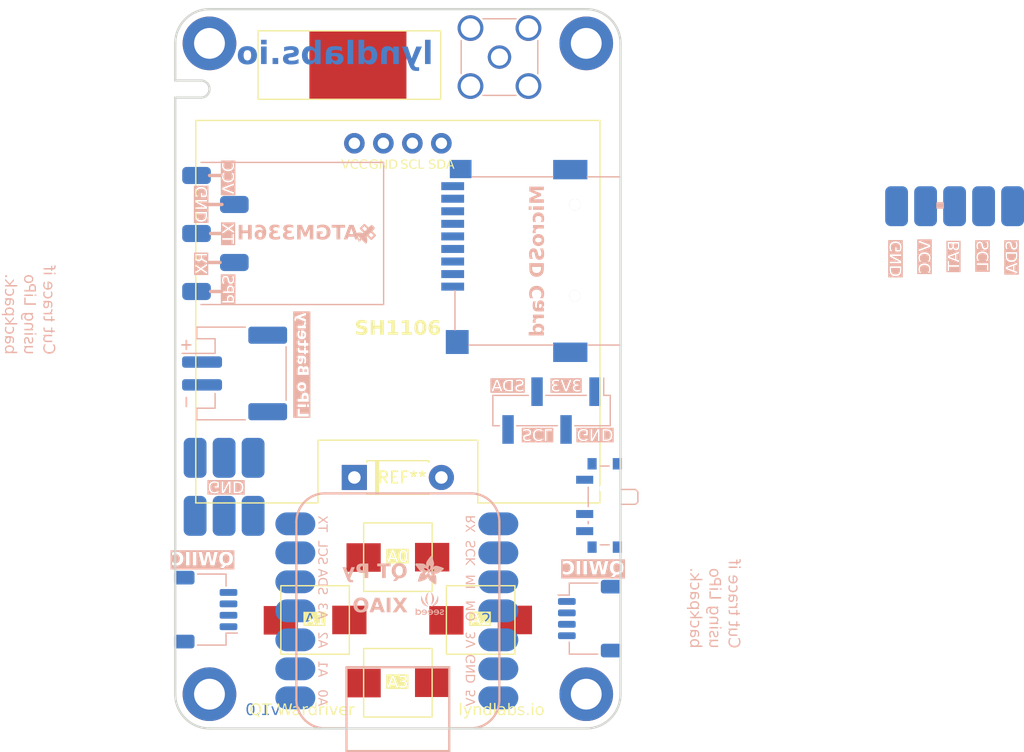
<source format=kicad_pcb>
(kicad_pcb (version 20221018) (generator pcbnew)
  (layers (0 "F.Cu" signal) (31 "B.Cu" signal) (34 "B.Paste" user) (35 "F.Paste" user) (36 "B.SilkS" user "B.Silkscreen") (37 "F.SilkS" user "F.Silkscreen") (38 "B.Mask" user) (39 "F.Mask" user) (44 "Edge.Cuts" user))
  (net 0 "")
  (net 1 "GND")
  (net 2 "+3V3")
  (net 3 "SDA")
  (net 4 "SCL")
  (net 5 "UP-Btn")
  (net 6 "LT-Btn")
  (net 7 "RT-Btn")
  (net 8 "DN-Btn")
  (net 9 "TX")
  (net 10 "RX")
  (net 11 "SCK")
  (net 12 "MISO")
  (net 13 "MOSI")
  (net 14 "+5V")
  (footprint "Wardriver-Footprints:GPS-Antenna" (layer "F.Cu") (at -4.25 -26.6)
    (fp_text reference "REF**" hide)
    (fp_text value "GPS-Antenna" hide)
    (pad "1" smd rect (at 0.75 0 90) (size 6 8.5) (layers "F.Cu" "F.Paste" "F.Mask") (net 1 "GND"))
  )
  (footprint "Wardriver-Footprints:Smol" (layer "F.Cu") (at 0 27.5 180)
    (fp_text reference "SW4" hide)
    (fp_text value "Down")
    (fp_text user "A3" (at 0 0 unlocked) (layer "F.SilkS" knockout))
    (pad "1" smd rect (at -3 0 180) (size 3 2.5) (layers "F.Cu" "F.Paste" "F.Mask") (net 8 "DN-Btn"))
    (pad "2" smd rect (at 3 -0.03 180) (size 3 2.5) (layers "F.Cu" "F.Paste" "F.Mask") (net 1 "GND"))
  )
  (footprint "" (layer "F.Cu") (at 16.5 -28.5)
    (fp_text reference "" (at 0 0) (layer "F.SilkS") (effects (font (size 1.27 1.27))))
    (fp_text value "" (at 0 0) (layer "F.SilkS") (effects (font (size 1.27 1.27))))
    (pad "1" thru_hole circle (at 0 0) (size 4.7 4.7) (drill 2.7) (layers "*.Cu" "*.Mask"))
  )
  (footprint "" (layer "F.Cu") (at 16.5 28.5)
    (fp_text reference "" (at 0 0) (layer "F.SilkS") (effects (font (size 1.27 1.27))))
    (fp_text value "" (at 0 0) (layer "F.SilkS") (effects (font (size 1.27 1.27))))
    (pad "1" thru_hole circle (at 0 0) (size 4.7 4.7) (drill 2.7) (layers "*.Cu" "*.Mask"))
  )
  (footprint "Wardriver-Footprints:Smol" (layer "F.Cu") (at 7.25 22 180)
    (fp_text reference "SW3" hide)
    (fp_text value "Right")
    (fp_text user "A2" (at 0 0 unlocked) (layer "F.SilkS" knockout))
    (pad "1" smd rect (at -3 0 180) (size 3 2.5) (layers "F.Cu" "F.Paste" "F.Mask") (net 7 "RT-Btn"))
    (pad "2" smd rect (at 3 -0.03 180) (size 3 2.5) (layers "F.Cu" "F.Paste" "F.Mask") (net 1 "GND"))
  )
  (footprint "Diode_THT:D_DO-41_SOD81_P7.62mm_Horizontal" (layer "F.Cu") (at 0 9.5)
    (fp_text reference "REF**" (at 0.38 0.02) (layer "F.SilkS"))
    (fp_text value "D_DO-41_SOD81_P7.62mm_Horizontal")
    (pad "1" thru_hole rect (at -3.81 0.02) (size 2.2 2.2) (drill 1.1) (layers "*.Cu" "*.Mask"))
    (pad "2" thru_hole oval (at 3.81 0.02) (size 2.2 2.2) (drill 1.1) (layers "*.Cu" "*.Mask"))
  )
  (footprint "" (layer "F.Cu") (at -16.5 -28.5)
    (fp_text reference "" (at 0 0) (layer "F.SilkS") (effects (font (size 1.27 1.27))))
    (fp_text value "" (at 0 0) (layer "F.SilkS") (effects (font (size 1.27 1.27))))
    (pad "1" thru_hole circle (at 0 0) (size 4.7 4.7) (drill 2.7) (layers "*.Cu" "*.Mask"))
  )
  (footprint "Nugget-Modules:SH1106" (layer "F.Cu") (at 0 -5)
    (fp_text reference "U3" hide)
    (fp_text value "ATGM336H")
    (fp_text user "SCL" (at 1.27 -12.85 unlocked) (layer "F.SilkS") (effects (font (size 0.8 0.8))))
    (fp_text user "SDA" (at 3.81 -12.85 unlocked) (layer "F.SilkS") (effects (font (size 0.8 0.8))))
    (fp_text user "GND" (at -1.27 -12.85 unlocked) (layer "F.SilkS") (effects (font (size 0.8 0.8))))
    (fp_text user "VCC" (at -3.81 -12.85 unlocked) (layer "F.SilkS") (effects (font (size 0.8 0.8))))
    (fp_text user "SH1106" (at 0 1.5 unlocked) (layer "F.SilkS") (effects (font (size 1.25 1.25) (thickness 0.25) bold)))
    (pad "1" thru_hole circle (at -3.81 -14.75) (size 1.8 1.8) (drill 1) (layers "*.Cu" "*.Mask") (net 2 "+3V3"))
    (pad "2" thru_hole circle (at -1.27 -14.75) (size 1.8 1.8) (drill 1) (layers "*.Cu" "*.Mask") (net 1 "GND"))
    (pad "3" thru_hole circle (at 1.27 -14.75) (size 1.8 1.8) (drill 1) (layers "*.Cu" "*.Mask") (net 4 "SCL"))
    (pad "4" thru_hole circle (at 3.81 -14.75) (size 1.8 1.8) (drill 1) (layers "*.Cu" "*.Mask") (net 3 "SDA"))
  )
  (footprint "Wardriver-Footprints:Smol" (layer "F.Cu") (at 0 16.5 180)
    (fp_text reference "SW1" hide)
    (fp_text value "Up")
    (fp_text user "A0" (at 0 0 unlocked) (layer "F.SilkS" knockout))
    (pad "1" smd rect (at 3 -0.03 180) (size 3 2.5) (layers "F.Cu" "F.Paste" "F.Mask") (net 5 "UP-Btn"))
    (pad "2" smd rect (at -3 0 180) (size 3 2.5) (layers "F.Cu" "F.Paste" "F.Mask") (net 1 "GND"))
  )
  (footprint "MountingHole:MountingHole_2.7mm_M2.5_DIN965_Pad" (layer "F.Cu") (at -16.5 28.5)
    (fp_text reference "REF**" hide)
    (fp_text value "MountingHole_2.7mm_M2.5_DIN965_Pad" hide)
    (pad "1" thru_hole circle (at 0 0) (size 4.7 4.7) (drill 2.7) (layers "*.Cu" "*.Mask"))
  )
  (footprint "Wardriver-Footprints:Smol" (layer "F.Cu") (at -7.25 22 180)
    (fp_text reference "SW2" hide)
    (fp_text value "Left")
    (fp_text user "A1" (at 0 0 unlocked) (layer "F.SilkS" knockout))
    (pad "1" smd rect (at 3 -0.03 180) (size 3 2.5) (layers "F.Cu" "F.Paste" "F.Mask") (net 6 "LT-Btn"))
    (pad "2" smd rect (at -3 0 180) (size 3 2.5) (layers "F.Cu" "F.Paste" "F.Mask") (net 1 "GND"))
  )
  (footprint "clipboard:2d2d1c66-76f1-4941-9572-424b0f1f1b1a" (layer "F.Cu") (at -4.25 -26.6)
    (fp_text reference "" (at 0 0) (layer "F.SilkS") (effects (font (size 1.27 1.27))))
    (fp_text value "" (at 0 0) (layer "F.SilkS") (effects (font (size 1.27 1.27))))
  )
  (footprint "Wardriver-Footprints:LiPo Backpack" (layer "B.Cu") (at -17.76 7.8 180)
    (fp_text reference "REF**" hide)
    (fp_text value "LiPo Backpack" hide)
    (fp_text user "GND" (at -1.11 -2.49 180 unlocked) (layer "B.SilkS" knockout) (effects (justify left mirror)))
    (pad "1" smd roundrect (at -5.08 0 180) (size 2 3.5) (layers "B.Cu" "B.Paste" "B.Mask"))
    (pad "2" smd roundrect (at -2.54 0 180) (size 2 3.5) (layers "B.Cu" "B.Paste" "B.Mask"))
    (pad "3" smd roundrect (at 0 0 180) (size 2 3.5) (layers "B.Cu" "B.Paste" "B.Mask"))
    (pad "4" smd roundrect (at -5.08 -5.08 180) (size 2 3.5) (layers "B.Cu" "B.Paste" "B.Mask"))
    (pad "5" smd roundrect (at -2.54 -5.08 180) (size 2 3.5) (layers "B.Cu" "B.Paste" "B.Mask"))
    (pad "6" smd roundrect (at 0 -5.08 180) (size 2 3.5) (layers "B.Cu" "B.Paste" "B.Mask"))
  )
  (footprint "Connector_PinHeader_2.54mm:PinHeader_1x04_P2.54mm_Vertical_SMD_Pin1Right" (layer "B.Cu") (at 13.46 3.66 90)
    (fp_text reference "J5" hide)
    (fp_text value "Expansion Header" hide)
    (fp_text user "3V3" (at 2.1 1.27 unlocked) (layer "B.SilkS" knockout) (effects (justify mirror)))
    (fp_text user "GND" (at -2.05 3.81 180 unlocked) (layer "B.SilkS" knockout) (effects (justify mirror)))
    (fp_text user "SDA" (at 2.1 -3.81 unlocked) (layer "B.SilkS" knockout) (effects (justify mirror)))
    (fp_text user "SCL" (at -2.05 -1.27 180 unlocked) (layer "B.SilkS" knockout) (effects (justify mirror)))
    (pad "1" smd rect (at 1.655 3.81 90) (size 2.51 1) (layers "B.Cu" "B.Paste" "B.Mask") (net 1 "GND"))
    (pad "2" smd rect (at -1.655 1.27 90) (size 2.51 1) (layers "B.Cu" "B.Paste" "B.Mask") (net 2 "+3V3"))
    (pad "3" smd rect (at 1.655 -1.27 90) (size 2.51 1) (layers "B.Cu" "B.Paste" "B.Mask") (net 3 "SDA"))
    (pad "4" smd rect (at -1.655 -3.81 90) (size 2.51 1) (layers "B.Cu" "B.Paste" "B.Mask") (net 4 "SCL"))
  )
  (footprint "Connector_Coaxial:SMA_Amphenol_901-144_Vertical" (layer "B.Cu") (at 8.9 -27.3 180)
    (fp_text reference "REF**" hide)
    (fp_text value "SMA_Amphenol_901-144_Vertical" hide)
    (pad "1" thru_hole circle (at 0 0 180) (size 2.05 2.05) (drill 1.5) (layers "*.Cu" "*.Mask"))
    (pad "2" thru_hole circle (at -2.54 -2.54 180) (size 2.25 2.25) (drill 1.7) (layers "*.Cu" "*.Mask"))
    (pad "2" thru_hole circle (at -2.54 2.54 180) (size 2.25 2.25) (drill 1.7) (layers "*.Cu" "*.Mask"))
    (pad "2" thru_hole circle (at 2.54 -2.54 180) (size 2.25 2.25) (drill 1.7) (layers "*.Cu" "*.Mask"))
    (pad "2" thru_hole circle (at 2.54 2.54 180) (size 2.25 2.25) (drill 1.7) (layers "*.Cu" "*.Mask"))
  )
  (footprint "Wardriver-Footprints:LiPo Backpack" (layer "B.Cu") (at 48.76 -14.24)
    (fp_text reference "REF**" hide)
    (fp_text value "LiPo Backpack" hide)
    (fp_text user "SDA" (at 5.08 3 90 unlocked) (layer "B.SilkS" knockout) (effects (justify left mirror)))
    (fp_text user "VCC" (at -2.54 3 90 unlocked) (layer "B.SilkS" knockout) (effects (justify left mirror)))
    (fp_text user "SCL" (at 2.54 3 90 unlocked) (layer "B.SilkS" knockout) (effects (justify left mirror)))
    (fp_text user "GND" (at -5.08 3 90 unlocked) (layer "B.SilkS" knockout) (effects (justify left mirror)))
    (fp_text user "BAT" (at 0 3 90 unlocked) (layer "B.SilkS" knockout) (effects (justify left mirror)))
    (pad "1" smd roundrect (at -5.08 0) (size 2 3.5) (layers "B.Cu" "B.Paste" "B.Mask") (net 1 "GND"))
    (pad "2" smd roundrect (at -2.54 0) (size 2 3.5) (layers "B.Cu" "B.Paste" "B.Mask") (net 14 "+5V"))
    (pad "3" smd roundrect (at 0 0) (size 2 3.5) (layers "B.Cu" "B.Paste" "B.Mask") (net 14 "+5V"))
    (pad "4" smd roundrect (at 2.54 0) (size 2 3.5) (layers "B.Cu" "B.Paste" "B.Mask") (net 4 "SCL"))
    (pad "5" smd roundrect (at 5.08 0) (size 2 3.5) (layers "B.Cu" "B.Paste" "B.Mask") (net 3 "SDA"))
  )
  (footprint "Connector_JST:JST_SH_SM04B-SRSS-TB_1x04-1MP_P1.00mm_Horizontal" (layer "B.Cu") (at -16.835 21.09 90)
    (fp_text reference "J3" hide)
    (fp_text value "Qwiic Connector")
    (fp_text user "QWIIC" (at 4.35 -0.29 unlocked) (layer "B.SilkS" knockout) (effects (font (size 1.15 1.15) (thickness 0.25) bold) (justify mirror)))
    (pad "1" smd roundrect (at -1.5 2 90) (size 0.6 1.55) (layers "B.Cu" "B.Paste" "B.Mask") (net 1 "GND"))
    (pad "2" smd roundrect (at -0.5 2 90) (size 0.6 1.55) (layers "B.Cu" "B.Paste" "B.Mask") (net 2 "+3V3"))
    (pad "3" smd roundrect (at 0.5 2 90) (size 0.6 1.55) (layers "B.Cu" "B.Paste" "B.Mask") (net 3 "SDA"))
    (pad "4" smd roundrect (at 1.5 2 90) (size 0.6 1.55) (layers "B.Cu" "B.Paste" "B.Mask") (net 4 "SCL"))
    (pad "MP" smd roundrect (at -2.8 -1.875 90) (size 1.2 1.8) (layers "B.Cu" "B.Paste" "B.Mask") (roundrect_rratio 0.2083333333))
    (pad "MP" smd roundrect (at 2.8 -1.875 90) (size 1.2 1.8) (layers "B.Cu" "B.Paste" "B.Mask") (roundrect_rratio 0.2083333333))
  )
  (footprint "Wardriver-Footprints:MicroSD" (layer "B.Cu") (at 5 -9.445 -90)
    (fp_text reference "J1" hide)
    (fp_text value "MICRO-SD CARD" hide)
    (fp_text user "MicroSD Card" (at 0 -8 -270 unlocked) (layer "B.SilkS") (effects (font (size 1.25 1.25) (thickness 0.3) bold) (justify bottom mirror)))
    (pad "" np_thru_hole circle (at -4.93 -10.5 90) (size 1 1) (drill 1) (layers "*.Cu" "*.Mask" "B.SilkS"))
    (pad "" np_thru_hole circle (at 3.05 -10.5 90) (size 1 1) (drill 1) (layers "*.Cu" "*.Mask" "B.SilkS"))
    (pad "1" smd rect (at 2.25 0.2 90) (size 0.7 2) (layers "B.Cu" "B.Paste" "B.Mask"))
    (pad "2" smd rect (at 1.15 0.2 90) (size 0.7 2) (layers "B.Cu" "B.Paste" "B.Mask") (net 1 "GND"))
    (pad "3" smd rect (at 0.05 0.2 90) (size 0.7 2) (layers "B.Cu" "B.Paste" "B.Mask") (net 13 "MOSI"))
    (pad "4" smd rect (at -1.05 0.2 90) (size 0.7 2) (layers "B.Cu" "B.Paste" "B.Mask") (net 2 "+3V3"))
    (pad "5" smd rect (at -2.15 0.2 90) (size 0.7 2) (layers "B.Cu" "B.Paste" "B.Mask") (net 11 "SCK"))
    (pad "6" smd rect (at -3.25 0.2 90) (size 0.7 2) (layers "B.Cu" "B.Paste" "B.Mask") (net 1 "GND"))
    (pad "7" smd rect (at -4.35 0.2 90) (size 0.7 2) (layers "B.Cu" "B.Paste" "B.Mask") (net 12 "MISO"))
    (pad "8" smd rect (at -5.45 0.2 90) (size 0.7 2) (layers "B.Cu" "B.Paste" "B.Mask"))
    (pad "9" smd rect (at -6.55 0.2 90) (size 0.7 2) (layers "B.Cu" "B.Paste" "B.Mask"))
    (pad "11" smd rect (at -8.05 -0.5 90) (size 1.6 1.9) (layers "B.Cu" "B.Paste" "B.Mask") (net 1 "GND"))
    (pad "11" smd rect (at -8 -10.1 90) (size 1.7 3) (layers "B.Cu" "B.Paste" "B.Mask") (net 1 "GND"))
    (pad "11" smd rect (at 7.1 -0.2 90) (size 2.1 2) (layers "B.Cu" "B.Paste" "B.Mask") (net 1 "GND"))
    (pad "11" smd rect (at 8 -10.1 90) (size 1.7 3) (layers "B.Cu" "B.Paste" "B.Mask") (net 1 "GND"))
  )
  (footprint "Connector_JST:JST_PH_S2B-PH-SM4-TB_1x02-1MP_P2.00mm_Horizontal" (layer "B.Cu") (at -14.3 0.41 -90)
    (fp_text reference "J2" hide)
    (fp_text value "Conn_01x02_Female")
    (fp_text user "-" (at 2.5 4.3 90 unlocked) (layer "B.SilkS") (effects (justify mirror)))
    (fp_text user "+" (at -2.5 4.3 90 unlocked) (layer "B.SilkS") (effects (justify mirror)))
    (pad "1" smd roundrect (at -1 2.85 270) (size 1 3.5) (layers "B.Cu" "B.Paste" "B.Mask"))
    (pad "2" smd roundrect (at 1 2.85 270) (size 1 3.5) (layers "B.Cu" "B.Paste" "B.Mask"))
    (pad "MP" smd roundrect (at -3.35 -2.9 270) (size 1.5 3.4) (layers "B.Cu" "B.Paste" "B.Mask") (roundrect_rratio 0.1666673333))
    (pad "MP" smd roundrect (at 3.35 -2.9 270) (size 1.5 3.4) (layers "B.Cu" "B.Paste" "B.Mask") (roundrect_rratio 0.1666673333))
  )
  (footprint "Wardriver-Footprints:MOUDLE14P-SMD-2.54-21X17.8MM" (layer "B.Cu") (at 0 21.2 180)
    (fp_text reference "U1" hide)
    (fp_text value "XIAO ESP32-S2" hide)
    (fp_text user "5V" (at -6.9 -7.62 90 unlocked) (layer "B.SilkS") (effects (font (size 0.8 0.8)) (justify bottom mirror)))
    (fp_text user "MO" (at -6.9 0 90 unlocked) (layer "B.SilkS") (effects (font (size 0.8 0.8)) (justify bottom mirror)))
    (fp_text user "A3" (at 7.1 0 270 unlocked) (layer "B.SilkS") (effects (font (size 0.8 0.8)) (justify bottom mirror)))
    (fp_text user "SCL" (at 7.1 5.08 270 unlocked) (layer "B.SilkS") (effects (font (size 0.8 0.8)) (justify bottom mirror)))
    (fp_text user "A0" (at 7.1 -7.62 270 unlocked) (layer "B.SilkS") (effects (font (size 0.8 0.8)) (justify bottom mirror)))
    (fp_text user "RX" (at -6.9 7.62 90 unlocked) (layer "B.SilkS") (effects (font (size 0.8 0.8)) (justify bottom mirror)))
    (fp_text user "A2" (at 7.1 -2.54 270 unlocked) (layer "B.SilkS") (effects (font (size 0.8 0.8)) (justify bottom mirror)))
    (fp_text user "XIAO" (at -0.86 0.39 unlocked) (layer "B.SilkS") (effects (font (size 1.25 1.25) (thickness 0.25) bold) (justify left mirror)))
    (fp_text user "MI" (at -6.9 2.54 90 unlocked) (layer "B.SilkS") (effects (font (size 0.8 0.8)) (justify bottom mirror)))
    (fp_text user "3V" (at -6.9 -2.54 90 unlocked) (layer "B.SilkS") (effects (font (size 0.8 0.8)) (justify bottom mirror)))
    (fp_text user "A1" (at 7.1 -5.08 270 unlocked) (layer "B.SilkS") (effects (font (size 0.8 0.8)) (justify bottom mirror)))
    (fp_text user "SCK" (at -6.9 5.08 90 unlocked) (layer "B.SilkS") (effects (font (size 0.8 0.8)) (justify bottom mirror)))
    (fp_text user "QT Py" (at -0.86 3.39 unlocked) (layer "B.SilkS") (effects (font (size 1.25 1.25) (thickness 0.25) bold) (justify left mirror)))
    (fp_text user "GND" (at -6.9 -5.08 90 unlocked) (layer "B.SilkS") (effects (font (size 0.8 0.8)) (justify bottom mirror)))
    (fp_text user "SDA" (at 7.1 2.54 270 unlocked) (layer "B.SilkS") (effects (font (size 0.8 0.8)) (justify bottom mirror)))
    (fp_text user "TX" (at 7.1 7.62 270 unlocked) (layer "B.SilkS") (effects (font (size 0.8 0.8)) (justify bottom mirror)))
    (pad "1" smd oval (at 8.98 -7.62 90) (size 2 3.5) (layers "B.Cu" "B.Paste" "B.Mask") (net 5 "UP-Btn"))
    (pad "2" smd oval (at 8.98 -5.08 90) (size 2 3.5) (layers "B.Cu" "B.Paste" "B.Mask") (net 6 "LT-Btn"))
    (pad "3" smd oval (at 8.98 -2.54 90) (size 2 3.5) (layers "B.Cu" "B.Paste" "B.Mask") (net 7 "RT-Btn"))
    (pad "4" smd oval (at 8.98 0 90) (size 2 3.5) (layers "B.Cu" "B.Paste" "B.Mask") (net 8 "DN-Btn"))
    (pad "5" smd oval (at 8.98 2.54 90) (size 2 3.5) (layers "B.Cu" "B.Paste" "B.Mask") (net 3 "SDA"))
    (pad "6" smd oval (at 8.98 5.08 90) (size 2 3.5) (layers "B.Cu" "B.Paste" "B.Mask") (net 4 "SCL"))
    (pad "7" smd oval (at 8.98 7.62 90) (size 2 3.5) (layers "B.Cu" "B.Paste" "B.Mask") (net 9 "TX"))
    (pad "8" smd oval (at -8.8 7.62 90) (size 2 3.5) (layers "B.Cu" "B.Paste" "B.Mask") (net 10 "RX"))
    (pad "9" smd oval (at -8.8 5.08 90) (size 2 3.5) (layers "B.Cu" "B.Paste" "B.Mask") (net 11 "SCK"))
    (pad "10" smd oval (at -8.8 2.54 90) (size 2 3.5) (layers "B.Cu" "B.Paste" "B.Mask") (net 12 "MISO"))
    (pad "11" smd oval (at -8.8 0 90) (size 2 3.5) (layers "B.Cu" "B.Paste" "B.Mask") (net 13 "MOSI"))
    (pad "12" smd oval (at -8.8 -2.54 90) (size 2 3.5) (layers "B.Cu" "B.Paste" "B.Mask") (net 2 "+3V3"))
    (pad "13" smd oval (at -8.8 -5.08 90) (size 2 3.5) (layers "B.Cu" "B.Paste" "B.Mask") (net 1 "GND"))
    (pad "14" smd oval (at -8.8 -7.62 90) (size 2 3.5) (layers "B.Cu" "B.Paste" "B.Mask") (net 14 "+5V"))
  )
  (footprint "Connector_JST:JST_SH_SM04B-SRSS-TB_1x04-1MP_P1.00mm_Horizontal" (layer "B.Cu") (at 16.8 21.88 -90)
    (fp_text reference "J3" hide)
    (fp_text value "QWIIC" hide)
    (fp_text user "QWIIC" (at -4.35 -0.29 unlocked) (layer "B.SilkS" knockout) (effects (font (size 1.15 1.15) (thickness 0.25) bold) (justify mirror)))
    (pad "1" smd roundrect (at -1.5 2 270) (size 0.6 1.55) (layers "B.Cu" "B.Paste" "B.Mask") (net 1 "GND"))
    (pad "2" smd roundrect (at -0.5 2 270) (size 0.6 1.55) (layers "B.Cu" "B.Paste" "B.Mask") (net 2 "+3V3"))
    (pad "3" smd roundrect (at 0.5 2 270) (size 0.6 1.55) (layers "B.Cu" "B.Paste" "B.Mask") (net 3 "SDA"))
    (pad "4" smd roundrect (at 1.5 2 270) (size 0.6 1.55) (layers "B.Cu" "B.Paste" "B.Mask") (net 4 "SCL"))
    (pad "MP" smd roundrect (at -2.8 -1.875 270) (size 1.2 1.8) (layers "B.Cu" "B.Paste" "B.Mask") (roundrect_rratio 0.2083333333))
    (pad "MP" smd roundrect (at 2.8 -1.875 270) (size 1.2 1.8) (layers "B.Cu" "B.Paste" "B.Mask") (roundrect_rratio 0.2083333333))
  )
  (footprint "Button_Switch_SMD:SW_SPDT_PCM12" (layer "B.Cu") (at 17.79 11.97 -90)
    (fp_text reference "REF**" hide)
    (fp_text value "SW_SPDT_PCM12")
    (pad "" smd rect (at -3.65 -1.43 270) (size 1 0.8) (layers "B.Cu" "B.Paste" "B.Mask"))
    (pad "" smd rect (at -3.65 0.78 270) (size 1 0.8) (layers "B.Cu" "B.Paste" "B.Mask"))
    (pad "" np_thru_hole circle (at -1.5 -0.33 270) (size 0.9 0.9) (drill 0.9) (layers "*.Cu" "*.Mask"))
    (pad "" np_thru_hole circle (at 1.5 -0.33 270) (size 0.9 0.9) (drill 0.9) (layers "*.Cu" "*.Mask"))
    (pad "" smd rect (at 3.65 -1.43 270) (size 1 0.8) (layers "B.Cu" "B.Paste" "B.Mask"))
    (pad "" smd rect (at 3.65 0.78 270) (size 1 0.8) (layers "B.Cu" "B.Paste" "B.Mask"))
    (pad "1" smd rect (at -2.25 1.43 270) (size 0.7 1.5) (layers "B.Cu" "B.Paste" "B.Mask"))
    (pad "2" smd rect (at 0.75 1.43 270) (size 0.7 1.5) (layers "B.Cu" "B.Paste" "B.Mask"))
    (pad "3" smd rect (at 2.25 1.43 270) (size 0.7 1.5) (layers "B.Cu" "B.Paste" "B.Mask"))
  )
  (footprint "Wardriver-Footprints:ATGM336H-GPS" (layer "B.Cu") (at -9.25 -11.85 -90)
    (fp_text reference "U2" hide)
    (fp_text value "ATGM336H" hide)
    (fp_text user "VCC" (at -4.9 6.3 -90 unlocked) (layer "B.SilkS" knockout) (effects (justify bottom mirror)))
    (fp_text user "GND" (at -2.55 7.3 90 unlocked) (layer "B.SilkS" knockout) (effects (justify bottom mirror)))
    (fp_text user "PPS" (at 4.9 6.3 -90 unlocked) (layer "B.SilkS" knockout) (effects (justify bottom mirror)))
    (fp_text user "TX" (at 0 6.3 -90 unlocked) (layer "B.SilkS" knockout) (effects (justify bottom mirror)))
    (fp_text user "ATGM336H" (at 0 -0.5 unlocked) (layer "B.SilkS") (effects (font (size 1.25 1.25) (thickness 0.25) bold) (justify mirror)))
    (fp_text user "RX" (at 2.61 7.3 90 unlocked) (layer "B.SilkS" knockout) (effects (justify bottom mirror)))
    (pad "1" smd roundrect (at -5.08 8.385 270) (size 1.5 2.51) (layers "B.Cu" "B.Paste" "B.Mask") (net 2 "+3V3"))
    (pad "2" smd roundrect (at -2.54 5.075 270) (size 1.5 2.51) (layers "B.Cu" "B.Paste" "B.Mask") (net 1 "GND"))
    (pad "3" smd roundrect (at 0 8.385 270) (size 1.5 2.51) (layers "B.Cu" "B.Paste" "B.Mask") (net 10 "RX"))
    (pad "4" smd roundrect (at 2.54 5.075 270) (size 1.5 2.51) (layers "B.Cu" "B.Paste" "B.Mask") (net 9 "TX"))
    (pad "5" smd roundrect (at 5.08 8.385 270) (size 1.5 2.51) (layers "B.Cu" "B.Paste" "B.Mask"))
  )
  (gr_arc (start 19.5 28.5) (mid 18.62132 30.62132) (end 16.5 31.5) (stroke (width 0.2)) (layer "Edge.Cuts"))
  (gr_line (start -19.5 -23.75) (end -17.25 -23.75) (stroke (width 0.2)) (layer "Edge.Cuts"))
  (gr_arc (start 16.5 -31.5) (mid 18.62132 -30.62132) (end 19.5 -28.5) (stroke (width 0.2)) (layer "Edge.Cuts"))
  (gr_line (start -17.25 -25.25) (end -19.5 -25.25) (stroke (width 0.2)) (layer "Edge.Cuts"))
  (gr_arc (start -16.5 31.5) (mid -18.62132 30.62132) (end -19.5 28.5) (stroke (width 0.2)) (layer "Edge.Cuts"))
  (gr_line (start -16.5 -31.5) (end 16.5 -31.5) (stroke (width 0.2)) (layer "Edge.Cuts"))
  (gr_arc (start -19.5 -28.5) (mid -18.62132 -30.62132) (end -16.5 -31.5) (stroke (width 0.2)) (layer "Edge.Cuts"))
  (gr_line (start 16.5 31.5) (end -16.5 31.5) (stroke (width 0.2)) (layer "Edge.Cuts"))
  (gr_arc (start -17.25 -25.25) (mid -16.5 -24.5) (end -17.25 -23.75) (stroke (width 0.2)) (layer "Edge.Cuts"))
  (gr_line (start -19.5 28.5) (end -19.5 -23.75) (stroke (width 0.2)) (layer "Edge.Cuts"))
  (gr_line (start 19.5 -28.5) (end 19.5 28.5) (stroke (width 0.2)) (layer "Edge.Cuts"))
  (gr_line (start -19.5 -25.25) (end -19.5 -28.5) (stroke (width 0.2)) (layer "Edge.Cuts"))
  (gr_text "lyndlabs.io" (at 3.1 -26.35) (layer "B.Cu") (effects (font (size 2 2) (thickness 0.3) bold) (justify left bottom mirror)))
  (gr_text "v1.0\n" (at -10.3 30.5) (layer "B.Cu") (effects (font (size 1 1)) (justify left bottom mirror)))
  (gr_text "Cut trace if\nusing LiPo\nbackpack." (at -34.57 -1.24 270) (layer "B.SilkS") (effects (font (size 1 1)) (justify left bottom mirror)))
  (gr_text "LiPo Battery\n" (at -8.94 4.31 -90) (layer "B.SilkS" knockout) (effects (font (size 0.95 0.95) (thickness 0.2) bold) (justify left bottom mirror)))
  (gr_text "Cut trace if\nusing LiPo\nbackpack." (at 25.44 24.49 270) (layer "B.SilkS") (effects (font (size 1 1)) (justify left bottom mirror)))
  (gr_text "lyndlabs.io" (at 5.3 30.5) (layer "F.SilkS") (effects (font (size 1 1)) (justify left bottom)))
  (gr_text "QT Wardriver" (at -13 30.5) (layer "F.SilkS") (effects (font (size 1 1)) (justify left bottom)))
)
</source>
